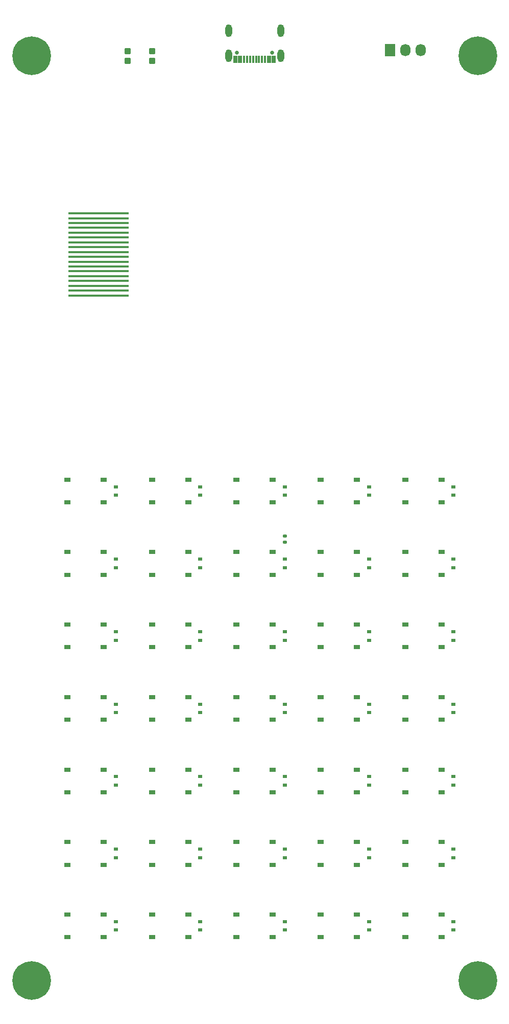
<source format=gbr>
%TF.GenerationSoftware,KiCad,Pcbnew,(6.0.7)*%
%TF.CreationDate,2022-10-22T21:09:40-04:00*%
%TF.ProjectId,Calculator,43616c63-756c-4617-946f-722e6b696361,rev?*%
%TF.SameCoordinates,Original*%
%TF.FileFunction,Soldermask,Top*%
%TF.FilePolarity,Negative*%
%FSLAX46Y46*%
G04 Gerber Fmt 4.6, Leading zero omitted, Abs format (unit mm)*
G04 Created by KiCad (PCBNEW (6.0.7)) date 2022-10-22 21:09:40*
%MOMM*%
%LPD*%
G01*
G04 APERTURE LIST*
G04 Aperture macros list*
%AMRoundRect*
0 Rectangle with rounded corners*
0 $1 Rounding radius*
0 $2 $3 $4 $5 $6 $7 $8 $9 X,Y pos of 4 corners*
0 Add a 4 corners polygon primitive as box body*
4,1,4,$2,$3,$4,$5,$6,$7,$8,$9,$2,$3,0*
0 Add four circle primitives for the rounded corners*
1,1,$1+$1,$2,$3*
1,1,$1+$1,$4,$5*
1,1,$1+$1,$6,$7*
1,1,$1+$1,$8,$9*
0 Add four rect primitives between the rounded corners*
20,1,$1+$1,$2,$3,$4,$5,0*
20,1,$1+$1,$4,$5,$6,$7,0*
20,1,$1+$1,$6,$7,$8,$9,0*
20,1,$1+$1,$8,$9,$2,$3,0*%
G04 Aperture macros list end*
%ADD10C,0.650000*%
%ADD11RoundRect,0.050800X0.287500X0.575000X-0.287500X0.575000X-0.287500X-0.575000X0.287500X-0.575000X0*%
%ADD12RoundRect,0.050800X0.137500X0.575000X-0.137500X0.575000X-0.137500X-0.575000X0.137500X-0.575000X0*%
%ADD13O,1.101600X2.101600*%
%ADD14C,0.800000*%
%ADD15C,6.400000*%
%ADD16R,0.700000X0.600000*%
%ADD17R,1.000000X0.750000*%
%ADD18RoundRect,0.100000X-4.900000X-0.100000X4.900000X-0.100000X4.900000X0.100000X-4.900000X0.100000X0*%
%ADD19RoundRect,0.050800X-0.450000X-0.450000X0.450000X-0.450000X0.450000X0.450000X-0.450000X0.450000X0*%
%ADD20RoundRect,0.135000X-0.185000X0.135000X-0.185000X-0.135000X0.185000X-0.135000X0.185000X0.135000X0*%
%ADD21R,1.730000X2.030000*%
%ADD22O,1.730000X2.030000*%
G04 APERTURE END LIST*
D10*
%TO.C,X1*%
X104132641Y-29712641D03*
X98352641Y-29712641D03*
D11*
X104442641Y-30787641D03*
X103642641Y-30787641D03*
D12*
X102492641Y-30787641D03*
X101492641Y-30787641D03*
X100992641Y-30787641D03*
X99992641Y-30787641D03*
D11*
X98042641Y-30787641D03*
X98842641Y-30787641D03*
D12*
X99492641Y-30787641D03*
X100492641Y-30787641D03*
X101992641Y-30787641D03*
X102992641Y-30787641D03*
D13*
X105562641Y-30212641D03*
X96922641Y-30212641D03*
X105562641Y-26032641D03*
X96922641Y-26032641D03*
%TD*%
D14*
%TO.C,H1*%
X65939697Y-31939697D03*
D15*
X64242641Y-30242641D03*
D14*
X64242641Y-27842641D03*
X65939697Y-28545585D03*
X62545585Y-28545585D03*
X61842641Y-30242641D03*
X62545585Y-31939697D03*
X66642641Y-30242641D03*
X64242641Y-32642641D03*
%TD*%
D16*
%TO.C,D3*%
X78242641Y-125542641D03*
X78242641Y-126942641D03*
%TD*%
D17*
%TO.C,SW24*%
X112242641Y-124367641D03*
X118242641Y-124367641D03*
X112242641Y-128117641D03*
X118242641Y-128117641D03*
%TD*%
%TO.C,SW30*%
X126242641Y-112367641D03*
X132242641Y-112367641D03*
X126242641Y-116117641D03*
X132242641Y-116117641D03*
%TD*%
D16*
%TO.C,D7*%
X78242641Y-173542641D03*
X78242641Y-174942641D03*
%TD*%
D17*
%TO.C,SW17*%
X98242641Y-124367641D03*
X104242641Y-124367641D03*
X98242641Y-128117641D03*
X104242641Y-128117641D03*
%TD*%
%TO.C,SW9*%
X84242641Y-112367641D03*
X90242641Y-112367641D03*
X84242641Y-116117641D03*
X90242641Y-116117641D03*
%TD*%
%TO.C,SW7*%
X70242641Y-172367641D03*
X76242641Y-172367641D03*
X70242641Y-176117641D03*
X76242641Y-176117641D03*
%TD*%
D16*
%TO.C,D19*%
X106242641Y-149542641D03*
X106242641Y-150942641D03*
%TD*%
D17*
%TO.C,SW22*%
X112242641Y-100367641D03*
X118242641Y-100367641D03*
X112242641Y-104117641D03*
X118242641Y-104117641D03*
%TD*%
D15*
%TO.C,H3*%
X64242641Y-183242641D03*
D14*
X64242641Y-185642641D03*
X66642641Y-183242641D03*
X62545585Y-181545585D03*
X65939697Y-184939697D03*
X64242641Y-180842641D03*
X65939697Y-181545585D03*
X62545585Y-184939697D03*
X61842641Y-183242641D03*
%TD*%
D16*
%TO.C,D35*%
X134242641Y-173542641D03*
X134242641Y-174942641D03*
%TD*%
D17*
%TO.C,SW20*%
X98242641Y-160367641D03*
X104242641Y-160367641D03*
X98242641Y-164117641D03*
X104242641Y-164117641D03*
%TD*%
%TO.C,SW34*%
X126242641Y-160367641D03*
X132242641Y-160367641D03*
X126242641Y-164117641D03*
X132242641Y-164117641D03*
%TD*%
D18*
%TO.C,U5*%
X75337641Y-56287641D03*
X75337641Y-57087641D03*
X75337641Y-57887641D03*
X75337641Y-58687641D03*
X75337641Y-59487641D03*
X75337641Y-60287641D03*
X75337641Y-61087641D03*
X75337641Y-61887641D03*
X75337641Y-62687641D03*
X75337641Y-63487641D03*
X75337641Y-64287641D03*
X75337641Y-65087641D03*
X75337641Y-65887641D03*
X75337641Y-66687641D03*
X75337641Y-67487641D03*
X75337641Y-68287641D03*
X75337641Y-69087641D03*
X75337641Y-69887641D03*
%TD*%
D17*
%TO.C,SW3*%
X70242641Y-124367641D03*
X76242641Y-124367641D03*
X70242641Y-128117641D03*
X76242641Y-128117641D03*
%TD*%
%TO.C,SW10*%
X84242641Y-124367641D03*
X90242641Y-124367641D03*
X84242641Y-128117641D03*
X90242641Y-128117641D03*
%TD*%
%TO.C,SW8*%
X84242641Y-100367641D03*
X90242641Y-100367641D03*
X84242641Y-104117641D03*
X90242641Y-104117641D03*
%TD*%
D16*
%TO.C,D17*%
X106242641Y-125542641D03*
X106242641Y-126942641D03*
%TD*%
%TO.C,D30*%
X134242641Y-113542641D03*
X134242641Y-114942641D03*
%TD*%
D17*
%TO.C,SW12*%
X84242641Y-148367641D03*
X90242641Y-148367641D03*
X84242641Y-152117641D03*
X90242641Y-152117641D03*
%TD*%
%TO.C,SW15*%
X98242641Y-100367641D03*
X104242641Y-100367641D03*
X98242641Y-104117641D03*
X104242641Y-104117641D03*
%TD*%
%TO.C,SW18*%
X98242641Y-136367641D03*
X104242641Y-136367641D03*
X98242641Y-140117641D03*
X104242641Y-140117641D03*
%TD*%
D16*
%TO.C,D8*%
X92242641Y-101542641D03*
X92242641Y-102942641D03*
%TD*%
%TO.C,D28*%
X120242641Y-173542641D03*
X120242641Y-174942641D03*
%TD*%
%TO.C,D2*%
X78242641Y-113542641D03*
X78242641Y-114942641D03*
%TD*%
D17*
%TO.C,SW35*%
X126242641Y-172367641D03*
X132242641Y-172367641D03*
X126242641Y-176117641D03*
X132242641Y-176117641D03*
%TD*%
D16*
%TO.C,D34*%
X134242641Y-161542641D03*
X134242641Y-162942641D03*
%TD*%
%TO.C,D10*%
X92242641Y-125542641D03*
X92242641Y-126942641D03*
%TD*%
%TO.C,D13*%
X92242641Y-161542641D03*
X92242641Y-162942641D03*
%TD*%
D14*
%TO.C,H2*%
X136545585Y-31939697D03*
X139939697Y-28545585D03*
X139939697Y-31939697D03*
X138242641Y-27842641D03*
X138242641Y-32642641D03*
X135842641Y-30242641D03*
X140642641Y-30242641D03*
D15*
X138242641Y-30242641D03*
D14*
X136545585Y-28545585D03*
%TD*%
D17*
%TO.C,SW2*%
X70242641Y-112367641D03*
X76242641Y-112367641D03*
X70242641Y-116117641D03*
X76242641Y-116117641D03*
%TD*%
D19*
%TO.C,SW37*%
X84292641Y-29442641D03*
X80192641Y-29442641D03*
X84292641Y-31042641D03*
X80192641Y-31042641D03*
%TD*%
D16*
%TO.C,D32*%
X134242641Y-137542641D03*
X134242641Y-138942641D03*
%TD*%
D17*
%TO.C,SW14*%
X84242641Y-172367641D03*
X90242641Y-172367641D03*
X84242641Y-176117641D03*
X90242641Y-176117641D03*
%TD*%
D16*
%TO.C,D33*%
X134242641Y-149542641D03*
X134242641Y-150942641D03*
%TD*%
%TO.C,D23*%
X120242641Y-113542641D03*
X120242641Y-114942641D03*
%TD*%
D17*
%TO.C,SW28*%
X112242641Y-172367641D03*
X118242641Y-172367641D03*
X112242641Y-176117641D03*
X118242641Y-176117641D03*
%TD*%
D16*
%TO.C,D22*%
X120242641Y-101542641D03*
X120242641Y-102942641D03*
%TD*%
D20*
%TO.C,R1*%
X106242641Y-109732641D03*
X106242641Y-110752641D03*
%TD*%
D16*
%TO.C,D9*%
X92242641Y-113542641D03*
X92242641Y-114942641D03*
%TD*%
D17*
%TO.C,SW21*%
X98242641Y-172367641D03*
X104242641Y-172367641D03*
X98242641Y-176117641D03*
X104242641Y-176117641D03*
%TD*%
D21*
%TO.C,SW36*%
X123702641Y-29242641D03*
D22*
X126242641Y-29242641D03*
X128782641Y-29242641D03*
%TD*%
D17*
%TO.C,SW16*%
X98242641Y-112367641D03*
X104242641Y-112367641D03*
X98242641Y-116117641D03*
X104242641Y-116117641D03*
%TD*%
%TO.C,SW33*%
X126242641Y-148367641D03*
X132242641Y-148367641D03*
X126242641Y-152117641D03*
X132242641Y-152117641D03*
%TD*%
D16*
%TO.C,D12*%
X92242641Y-149542641D03*
X92242641Y-150942641D03*
%TD*%
%TO.C,D24*%
X120242641Y-125542641D03*
X120242641Y-126942641D03*
%TD*%
D17*
%TO.C,SW31*%
X126242641Y-124367641D03*
X132242641Y-124367641D03*
X126242641Y-128117641D03*
X132242641Y-128117641D03*
%TD*%
%TO.C,SW32*%
X126242641Y-136367641D03*
X132242641Y-136367641D03*
X126242641Y-140117641D03*
X132242641Y-140117641D03*
%TD*%
%TO.C,SW23*%
X112242641Y-112367641D03*
X118242641Y-112367641D03*
X112242641Y-116117641D03*
X118242641Y-116117641D03*
%TD*%
%TO.C,SW5*%
X70242641Y-148367641D03*
X76242641Y-148367641D03*
X70242641Y-152117641D03*
X76242641Y-152117641D03*
%TD*%
D16*
%TO.C,D4*%
X78242641Y-137542641D03*
X78242641Y-138942641D03*
%TD*%
D17*
%TO.C,SW26*%
X112242641Y-148367641D03*
X118242641Y-148367641D03*
X112242641Y-152117641D03*
X118242641Y-152117641D03*
%TD*%
D16*
%TO.C,D16*%
X106242641Y-113542641D03*
X106242641Y-114942641D03*
%TD*%
%TO.C,D21*%
X106242641Y-173542641D03*
X106242641Y-174942641D03*
%TD*%
D17*
%TO.C,SW6*%
X70242641Y-160367641D03*
X76242641Y-160367641D03*
X70242641Y-164117641D03*
X76242641Y-164117641D03*
%TD*%
D16*
%TO.C,D25*%
X120242641Y-137542641D03*
X120242641Y-138942641D03*
%TD*%
%TO.C,D20*%
X106242641Y-161542641D03*
X106242641Y-162942641D03*
%TD*%
D17*
%TO.C,SW11*%
X84242641Y-136367641D03*
X90242641Y-136367641D03*
X84242641Y-140117641D03*
X90242641Y-140117641D03*
%TD*%
%TO.C,SW1*%
X70242641Y-100367641D03*
X76242641Y-100367641D03*
X70242641Y-104117641D03*
X76242641Y-104117641D03*
%TD*%
D16*
%TO.C,D11*%
X92242641Y-137542641D03*
X92242641Y-138942641D03*
%TD*%
D17*
%TO.C,SW19*%
X98242641Y-148367641D03*
X104242641Y-148367641D03*
X98242641Y-152117641D03*
X104242641Y-152117641D03*
%TD*%
D16*
%TO.C,D31*%
X134242641Y-125542641D03*
X134242641Y-126942641D03*
%TD*%
%TO.C,D1*%
X78242641Y-101542641D03*
X78242641Y-102942641D03*
%TD*%
D17*
%TO.C,SW13*%
X84242641Y-160367641D03*
X90242641Y-160367641D03*
X84242641Y-164117641D03*
X90242641Y-164117641D03*
%TD*%
D14*
%TO.C,H4*%
X138242641Y-185642641D03*
X138242641Y-180842641D03*
X136545585Y-184939697D03*
X139939697Y-181545585D03*
X136545585Y-181545585D03*
X139939697Y-184939697D03*
D15*
X138242641Y-183242641D03*
D14*
X135842641Y-183242641D03*
X140642641Y-183242641D03*
%TD*%
D16*
%TO.C,D27*%
X120242641Y-161542641D03*
X120242641Y-162942641D03*
%TD*%
%TO.C,D18*%
X106242641Y-137542641D03*
X106242641Y-138942641D03*
%TD*%
D17*
%TO.C,SW29*%
X126242641Y-100367641D03*
X132242641Y-100367641D03*
X126242641Y-104117641D03*
X132242641Y-104117641D03*
%TD*%
%TO.C,SW4*%
X70242641Y-136367641D03*
X76242641Y-136367641D03*
X70242641Y-140117641D03*
X76242641Y-140117641D03*
%TD*%
D16*
%TO.C,D26*%
X120242641Y-149542641D03*
X120242641Y-150942641D03*
%TD*%
%TO.C,D14*%
X92242641Y-173542641D03*
X92242641Y-174942641D03*
%TD*%
%TO.C,D6*%
X78242641Y-161542641D03*
X78242641Y-162942641D03*
%TD*%
%TO.C,D15*%
X106242641Y-101542641D03*
X106242641Y-102942641D03*
%TD*%
%TO.C,D5*%
X78242641Y-149542641D03*
X78242641Y-150942641D03*
%TD*%
D17*
%TO.C,SW27*%
X112242641Y-160367641D03*
X118242641Y-160367641D03*
X112242641Y-164117641D03*
X118242641Y-164117641D03*
%TD*%
%TO.C,SW25*%
X112242641Y-136367641D03*
X118242641Y-136367641D03*
X112242641Y-140117641D03*
X118242641Y-140117641D03*
%TD*%
D16*
%TO.C,D29*%
X134242641Y-101542641D03*
X134242641Y-102942641D03*
%TD*%
M02*

</source>
